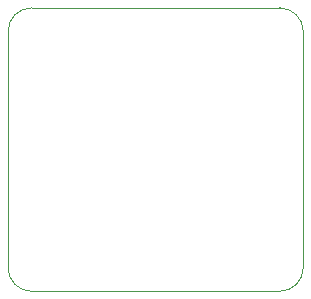
<source format=gbr>
%TF.GenerationSoftware,Altium Limited,Altium Designer,20.1.12 (249)*%
G04 Layer_Color=16711935*
%FSLAX45Y45*%
%MOMM*%
%TF.SameCoordinates,27206DED-D720-4121-B7EB-46A740E941A3*%
%TF.FilePolarity,Positive*%
%TF.FileFunction,Other,M01_-_Board_Outline*%
%TF.Part,Single*%
G01*
G75*
%TA.AperFunction,NonConductor*%
%ADD84C,0.10000*%
D84*
X0Y200000D02*
G03*
X200000Y0I200000J0D01*
G01*
X2300000D02*
G03*
X2500000Y200000I0J200000D01*
G01*
Y2200000D02*
G03*
X2300000Y2400000I-200000J0D01*
G01*
X200000D02*
G03*
X0Y2200000I0J-200000D01*
G01*
X200000Y2400000D02*
X2300000D01*
X200000Y-0D02*
X2300000Y0D01*
X2500000Y200000D02*
Y2200000D01*
X0Y200000D02*
Y2200000D01*
%TF.MD5,aebaa96d201b60a6936f9e07df99f56c*%
M02*

</source>
